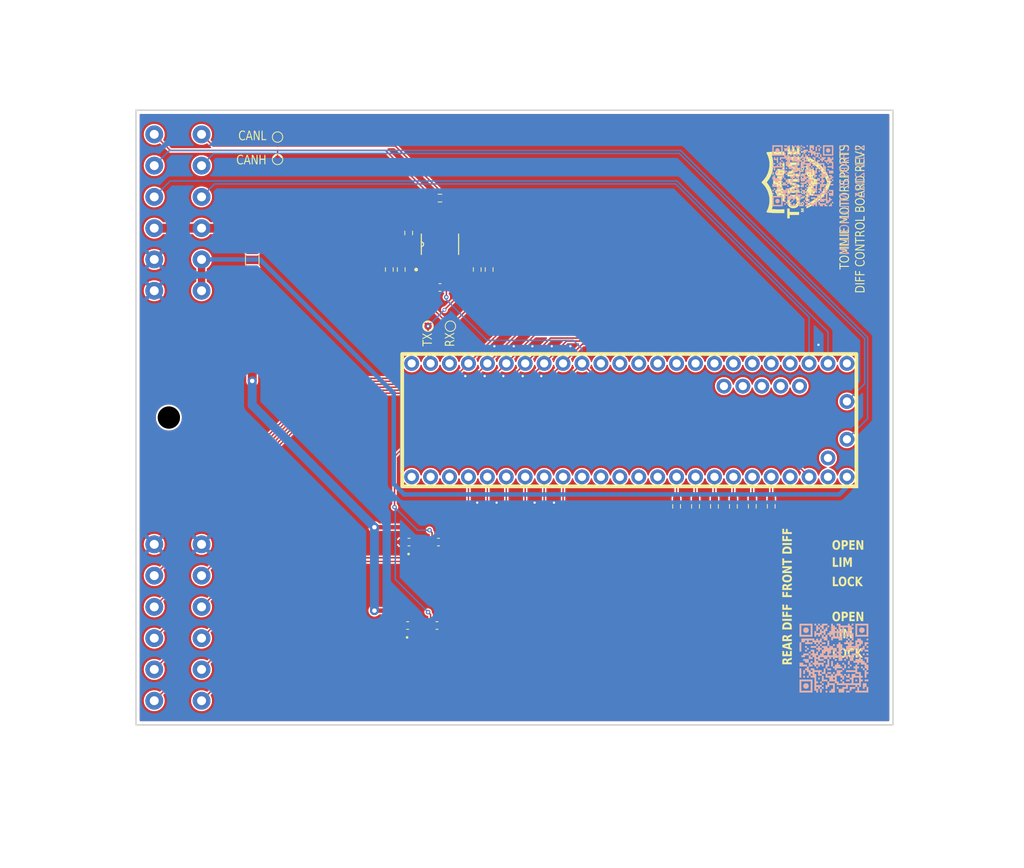
<source format=kicad_pcb>
(kicad_pcb (version 20240108) (generator "pcbnew") (generator_version "8.0")
  (title_block (title "DIFF CONTROL BOARD REV2") (date "2025-02-11") (rev "0") (company "Tommie Motorsports"))
  (layers (0 "F.Cu" signal) (31 "B.Cu" mixed) (34 "B.Paste" user) (35 "F.Paste" user) (36 "B.SilkS" user "B.Silkscreen") (37 "F.SilkS" user "F.Silkscreen") (38 "B.Mask" user) (39 "F.Mask" user) (44 "Edge.Cuts" user))
  (net 0 "")
  (net 1 "Motor_Power+")
  (net 2 "+3V3")
  (net 3 "+5V")
  (net 4 "/Analog/Servo_Pin1_1")
  (net 5 "/Analog/Servo_Pin2_1")
  (net 6 "/Analog/Servo_Pin6_1")
  (net 7 "/Enclosure Connectors/P+")
  (net 8 "/Analog/Servo_Pin1_2")
  (net 9 "/Analog/Servo_Pin2_2")
  (net 10 "/Analog/Servo_Pin6_2")
  (net 11 "Net-(D110-A)")
  (net 12 "Net-(D111-A)")
  (net 13 "Net-(D112-A)")
  (net 14 "Net-(D113-A)")
  (net 15 "Net-(D114-A)")
  (net 16 "Net-(D115-A)")
  (net 17 "/CAN/CANH")
  (net 18 "/CAN/CANL")
  (net 19 "/Differential_Control/Motor_Out2_1")
  (net 20 "/Differential_Control/Motor_Out1_2")
  (net 21 "/Differential_Control/Motor_Out2_2")
  (net 22 "/Differential_Control/Motor_Out1_1")
  (net 23 "/CAN/CAN_RXu")
  (net 24 "/Differential_Control/Motor_Driver_IN2_1")
  (net 25 "/CAN/CAN_TXu")
  (net 26 "/Differential_Control/Motor_Driver_Sleep1")
  (net 27 "/Differential_Control/Motor_Driver_IN1_2")
  (net 28 "unconnected-(Q100-Pad6)")
  (net 30 "F_DIFF_OPEN")
  (net 34 "R_DIFF_OPEN")
  (net 35 "R_DIFF_LIM")
  (net 38 "F_DIFF_LOCK")
  (net 39 "R_DIFF_LOCK")
  (net 42 "F_DIFF_LIM")
  (net 44 "/Differential_Control/Motor_Driver_IN1_1")
  (net 45 "Net-(U103-D)")
  (net 46 "Net-(U103-R)")
  (net 47 "Net-(U103-RS)")
  (net 48 "/Differential_Control/Motor_Driver_IN2_2")
  (net 50 "GND")
  (net 51 "/Differential_Control/Motor_Driver_Sleep2")
  (net 59 "unconnected-(Q100-Pad5)")
  (net 61 "/Enclosure Connectors/USB_D-")
  (net 62 "/Enclosure Connectors/USB_D+")
  (net 66 "/Enclosure Connectors/I{slash}O_2")
  (net 67 "/Enclosure Connectors/I{slash}O_1")
  (net 75 "Net-(D103-A)")
  (footprint "Fuse:Fuse_1206_3216Metric" (layer "F.Cu") (at 115.6 70.1 -90)
    (property "Reference" "F100" (hide yes))
    (property "Value" "Fuse")
  )
  (footprint "Resistor_SMD:R_0603_1608Metric_Pad0.98x0.95mm_HandSolder" (layer "F.Cu") (at 136.6 66.4875 -90)
    (property "Reference" "R111" (hide yes))
    (property "Value" "0")
  )
  (footprint "LED_SMD:LED_0603_1608Metric_Pad1.05x0.95mm_HandSolder" (layer "F.Cu") (at 190.925 122.9)
    (property "Reference" "D115" (hide yes))
    (property "Value" "LED")
  )
  (footprint "Resistor_SMD:R_0603_1608Metric_Pad0.98x0.95mm_HandSolder" (layer "F.Cu") (at 145.8 71.3875 -90)
    (property "Reference" "R110" (hide yes))
    (property "Value" "0")
  )
  (footprint "Diode_SMD:D_SMA" (layer "F.Cu") (at 134.6 61.8 180)
    (property "Reference" "D108" (hide yes))
    (property "Value" "SMAJ5.0A")
  )
  (footprint "Diode_SMD:D_SMA" (layer "F.Cu") (at 160.4 76 90)
    (property "Reference" "D106" (hide yes))
    (property "Value" "SMAJ5.0A")
  )
  (footprint "Diode_SMD:D_SMA" (layer "F.Cu") (at 153.2 76 90)
    (property "Reference" "D104" (hide yes))
    (property "Value" "SMAJ5.0A")
  )
  (footprint "Diode_SMD:D_SMA" (layer "F.Cu") (at 156.8 76 90)
    (property "Reference" "D105" (hide yes))
    (property "Value" "SMAJ5.0A")
  )
  (footprint "LED_SMD:LED_0603_1608Metric_Pad1.05x0.95mm_HandSolder" (layer "F.Cu") (at 190.925 108.4)
    (property "Reference" "D110" (hide yes))
    (property "Value" "LED")
  )
  (footprint "Diode_SMD:D_SMA" (layer "F.Cu") (at 167.6 76 90)
    (property "Reference" "D101" (hide yes))
    (property "Value" "SMAJ5.0A")
  )
  (footprint "LED_SMD:LED_0603_1608Metric_Pad1.05x0.95mm_HandSolder" (layer "F.Cu") (at 190.925 110.8)
    (property "Reference" "D111" (hide yes))
    (property "Value" "LED")
  )
  (footprint "Capacitor_SMD:C_0603_1608Metric_Pad1.08x0.95mm_HandSolder" (layer "F.Cu") (at 140.6 108 180)
    (property "Reference" "C102" (hide yes))
    (property "Value" "0.1u")
  )
  (footprint "Resistor_SMD:R_0603_1608Metric_Pad0.98x0.95mm_HandSolder" (layer "F.Cu") (at 134 71.3875 -90)
    (property "Reference" "R109" (hide yes))
    (property "Value" "0")
  )
  (footprint "Diode_SMD:D_SMA" (layer "F.Cu") (at 164 76 90)
    (property "Reference" "D100" (hide yes))
    (property "Value" "SMAJ5.0A")
  )
  (footprint "Logos:TMS_Logo_10mmx9.8mm" (layer "F.Cu") (at 188.5 59.6 90)
    (property "Reference" "G***" (hide yes))
    (property "Value" "LOGO" (hide yes))
  )
  (footprint "Resistor_SMD:R_0603_1608Metric_Pad0.98x0.95mm_HandSolder" (layer "F.Cu") (at 135.6 71.3875 -90)
    (property "Reference" "R107" (hide yes))
    (property "Value" "0")
  )
  (footprint "Capacitor_SMD:C_0603_1608Metric_Pad1.08x0.95mm_HandSolder" (layer "F.Cu") (at 136.4625 119.2)
    (property "Reference" "C101" (hide yes))
    (property "Value" "0.1u")
  )
  (footprint "Resistor_SMD:R_0603_1608Metric_Pad0.98x0.95mm_HandSolder" (layer "F.Cu") (at 175.1 103.2 -90)
    (property "Reference" "R104" (hide yes))
    (property "Value" "10")
  )
  (footprint "ATM13-12PA-12PB-BM01:ATM13-12PA-12PB-BM01" (layer "F.Cu") (at 100 49.995)
    (property "Reference" "J100" (hide yes))
    (property "Value" "~")
  )
  (footprint "Resistor_SMD:R_0603_1608Metric_Pad0.98x0.95mm_HandSolder" (layer "F.Cu") (at 147.4 71.3875 -90)
    (property "Reference" "R108" (hide yes))
    (property "Value" "0")
  )
  (footprint "Capacitor_SMD:C_0603_1608Metric_Pad1.08x0.95mm_HandSolder" (layer "F.Cu") (at 140.8 73.8 180)
    (property "Reference" "C114" (hide yes))
    (property "Value" "0.1u")
  )
  (footprint "TestPoint:TestPoint_Pad_D1.0mm" (layer "F.Cu") (at 142.2 79)
    (property "Reference" "RX")
    (property "Value" "TestPoint")
  )
  (footprint "Diode_SMD:D_SMA" (layer "F.Cu") (at 171.2 76 90)
    (property "Reference" "D102" (hide yes))
    (property "Value" "SMAJ5.0A")
  )
  (footprint "Resistor_SMD:R_0603_1608Metric_Pad0.98x0.95mm_HandSolder" (layer "F.Cu") (at 140.8 61.8 180)
    (property "Reference" "R112" (hide yes))
    (property "Value" "120")
  )
  (footprint "Resistor_SMD:R_0603_1608Metric_Pad0.98x0.95mm_HandSolder" (layer "F.Cu") (at 182.72 103.1875 -90)
    (property "Reference" "R113" (hide yes))
    (property "Value" "10")
  )
  (footprint "Resistor_SMD:R_0603_1608Metric_Pad0.98x0.95mm_HandSolder" (layer "F.Cu") (at 177.64 103.2 -90)
    (property "Reference" "R105" (hide yes))
    (property "Value" "10")
  )
  (footprint "Resistor_SMD:R_0603_1608Metric_Pad0.98x0.95mm_HandSolder" (layer "F.Cu") (at 180.18 103.2 -90)
    (property "Reference" "R106" (hide yes))
    (property "Value" "10")
  )
  (footprint "SN65HVD230DR:D8" (layer "F.Cu") (at 140.8 68 90)
    (property "Reference" "U103" (hide yes))
    (property "Value" "SN65HVD230DR")
  )
  (footprint "TestPoint:TestPoint_Pad_D1.0mm" (layer "F.Cu") (at 119 53.6)
    (property "Reference" "CANL")
    (property "Value" "TestPoint")
  )
  (footprint "LED_SMD:LED_0603_1608Metric_Pad1.05x0.95mm_HandSolder" (layer "F.Cu") (at 190.925 113.3)
    (property "Reference" "D112" (hide yes))
    (property "Value" "LED")
  )
  (footprint "TestPoint:TestPoint_Pad_D1.0mm" (layer "F.Cu") (at 119 56.6)
    (property "Reference" "CANH")
    (property "Value" "TestPoint")
  )
  (footprint "Resistor_SMD:R_0603_1608Metric_Pad0.98x0.95mm_HandSolder" (layer "F.Cu") (at 172.56 103.2 -90)
    (property "Reference" "R103" (hide yes))
    (property "Value" "10")
  )
  (footprint "DRV8212PDSGR:WSON8_DSG_TEX" (layer "F.Cu") (at 138.4967 110.350001)
    (property "Reference" "U100" (hide yes))
    (property "Value" "DRV8212PDSGR")
  )
  (footprint "Capacitor_SMD:C_0603_1608Metric_Pad1.08x0.95mm_HandSolder" (layer "F.Cu") (at 136.6375 108)
    (property "Reference" "C100" (hide yes))
    (property "Value" "0.1u")
  )
  (footprint "LED_SMD:LED_0603_1608Metric_Pad1.05x0.95mm_HandSolder" (layer "F.Cu") (at 190.925 118)
    (property "Reference" "D113" (hide yes))
    (property "Value" "LED")
  )
  (footprint "Diode_SMD:D_SMC" (layer "F.Cu") (at 115.6 80.15 90)
    (property "Reference" "D103" (hide yes))
    (property "Value" "B340")
  )
  (footprint "LED_SMD:LED_0603_1608Metric_Pad1.05x0.95mm_HandSolder" (layer "F.Cu") (at 190.925 120.4)
    (property "Reference" "D114" (hide yes))
    (property "Value" "LED")
  )
  (footprint "Diode_SMD:D_SMA" (layer "F.Cu") (at 147 61.8)
    (property "Reference" "D107" (hide yes))
    (property "Value" "SMAJ5.0A")
  )
  (footprint "DRV8212PDSGR:WSON8_DSG_TEX" (layer "F.Cu") (at 138.2967 121.550001)
    (property "Reference" "U101" (hide yes))
    (property "Value" "DRV8212PDSGR")
  )
  (footprint "Teensy4_1:Teensy4_1" (layer "F.Cu") (at 196.69 100.51 180)
    (property "Reference" "Q100" (hide yes))
    (property "Value" "~")
  )
  (footprint "Resistor_SMD:R_0603_1608Metric_Pad0.98x0.95mm_HandSolder" (layer "F.Cu") (at 185.26 103.1875 -90)
    (property "Reference" "R114" (hide yes))
    (property "Value" "10")
  )
  (footprint "TestPoint:TestPoint_Pad_D1.0mm" (layer "F.Cu") (at 139.2 79)
    (property "Reference" "TX")
    (property "Value" "TestPoint")
  )
  (footprint "Capacitor_SMD:C_0603_1608Metric_Pad1.08x0.95mm_HandSolder" (layer "F.Cu") (at 140.4 119.2 180)
    (property "Reference" "C103" (hide yes))
    (property "Value" "0.1u")
  )
  (footprint "qr:texas" (layer "B.Cu") (at 193.7 123.6 -90)
    (property "Reference" "G***" (hide yes))
    (property "Value" "LOGO" (hide yes))
  )
  (footprint "qr:diff_control_board_rev2_QR" (layer "B.Cu") (at 189.5 58.8 -90)
    (property "Reference" "G***" (hide yes))
    (property "Value" "LOGO" (hide yes))
  )
  (gr_circle (center 137.6 71.4) (end 137.8 71.4) (stroke (width 0.1)) (fill solid) (layer "F.SilkS"))
  (gr_rect (start 100 50) (end 201.6 132.55) (stroke (width 0.2)) (fill none) (layer "Edge.Cuts"))
  (gr_text "CHARLIE MILLHOLLIN\n2-11-2025" (at 198 54.6 90) (layer "B.SilkS") (effects (font (size 1.25 1) (thickness 0.2)) (justify left bottom mirror)))
  (gr_text "TOMMIE MOTORSPORTS\nDIFF CONTROL BOARD REV2" (at 198 54.6 90) (layer "F.SilkS") (effects (font (size 1.25 1) (thickness 0.2)) (justify right bottom)))
  (gr_text "LIM" (at 193.4 110.8 0) (layer "F.SilkS") (effects (font (size 1.25 1) (thickness 0.2) (bold yes)) (justify left)))
  (gr_text "REAR DIFF" (at 187.5 120.4 90) (layer "F.SilkS") (effects (font (size 1.25 1) (thickness 0.2) (bold yes))))
  (gr_text "LIM" (at 193.4 120.4 0) (layer "F.SilkS") (effects (font (size 1.25 1) (thickness 0.2) (bold yes)) (justify left)))
  (gr_text "OPEN" (at 193.4 108.5 0) (layer "F.SilkS") (effects (font (size 1.25 1) (thickness 0.2) (bold yes)) (justify left)))
  (gr_text "OPEN" (at 193.4 118.1 0) (layer "F.SilkS") (effects (font (size 1.25 1) (thickness 0.2) (bold yes)) (justify left)))
  (gr_text "LOCK" (at 193.4 123 0) (layer "F.SilkS") (effects (font (size 1.25 1) (thickness 0.2) (bold yes)) (justify left)))
  (gr_text "FRONT DIFF" (at 187.5 110.8 90) (layer "F.SilkS") (effects (font (size 1.25 1) (thickness 0.2) (bold yes))))
  (gr_text "LOCK" (at 193.4 113.4 0) (layer "F.SilkS") (effects (font (size 1.25 1) (thickness 0.2) (bold yes)) (justify left)))
  (segment (start 135.399998 117.2) (end 137.4 119.200002) (width 0.6) (layer "F.Cu") (net 1))
  (segment (start 137.4934 109.6) (end 137.4934 108.106602) (width 0.2) (layer "F.Cu") (net 1))
  (segment (start 132 106) (end 135.599998 106) (width 0.6) (layer "F.Cu") (net 1))
  (segment (start 115.6 83.55) (end 115.6 86.35) (width 1.2) (layer "F.Cu") (net 1))
  (segment (start 137.2934 119.306602) (end 137.4 119.200002) (width 0.2) (layer "F.Cu") (net 1))
  (segment (start 137.4934 108.106602) (end 137.6 108.000002) (width 0.2) (layer "F.Cu") (net 1))
  (segment (start 137.2934 120.8) (end 137.2934 119.306602) (width 0.2) (layer "F.Cu") (net 1))
  (segment (start 135.599998 106) (end 137.6 108.000002) (width 0.6) (layer "F.Cu") (net 1))
  (segment (start 132 117.2) (end 135.399998 117.2) (width 0.6) (layer "F.Cu") (net 1))
  (via (at 115.6 86.35) (size 1.2) (drill 0.6) (layers "F.Cu" "B.Cu") (net 1))
  (via (at 132 106) (size 1.2) (drill 0.6) (layers "F.Cu" "B.Cu") (net 1))
  (via (at 132 117.2) (size 1.2) (drill 0.6) (layers "F.Cu" "B.Cu") (net 1))
  (segment (start 115.6 89.6) (end 115.6 86.35) (width 1.2) (layer "B.Cu") (net 1))
  (segment (start 132 117.2) (end 132 106) (width 1.2) (layer "B.Cu") (net 1))
  (segment (start 132 106) (end 115.6 89.6) (width 1.2) (layer "B.Cu") (net 1))
  (segment (start 139.2 117.4) (end 139.5375 117.7375) (width 0.2) (layer "F.Cu") (net 2))
  (segment (start 139.5 108.100002) (end 139.5 109.6) (width 0.2) (layer "F.Cu") (net 2))
  (segment (start 139.7375 107.862502) (end 139.5 108.100002) (width 0.2) (layer "F.Cu") (net 2))
  (segment (start 167.86 92) (end 183.1 92) (width 0.2) (layer "F.Cu") (net 2))
  (segment (start 134.7 103.3) (end 134.7 96.5) (width 0.2) (layer "F.Cu") (net 2))
  (segment (start 152.76 91.1) (end 159.86 84) (width 0.2) (layer "F.Cu") (net 2))
  (segment (start 141.6625 73.8) (end 141.6625 72.4275) (width 0.2) (layer "F.Cu") (net 2))
  (segment (start 139.4 106.4) (end 139.7375 106.7375) (width 0.2) (layer "F.Cu") (net 2))
  (segment (start 141.435 72.2) (end 141.435 70.4638) (width 0.2) (layer "F.Cu") (net 2))
  (segment (start 139.5375 117.7375) (end 139.5375 118.825) (width 0.2) (layer "F.Cu") (net 2))
  (segment (start 141.6625 73.8) (end 141.6625 75.0875) (width 0.2) (layer "F.Cu") (net 2))
  (segment (start 141.6625 75.0875) (end 141.65 75.1) (width 0.2) (layer "F.Cu") (net 2))
  (segment (start 134.7 96.5) (end 140.1 91.1) (width 0.2) (layer "F.Cu") (net 2))
  (segment (start 139.7375 106.7375) (end 139.7375 107.862502) (width 0.2) (layer "F.Cu") (net 2))
  (segment (start 183.1 92) (end 190.34 99.24) (width 0.2) (layer "F.Cu") (net 2))
  (segment (start 141.6625 72.4275) (end 141.435 72.2) (width 0.2) (layer "F.Cu") (net 2))
  (segment (start 140.1 91.1) (end 152.76 91.1) (width 0.2) (layer "F.Cu") (net 2))
  (segment (start 139.5375 118.825) (end 139.3 119.0625) (width 0.2) (layer "F.Cu") (net 2))
  (segment (start 159.86 84) (end 167.86 92) (width 0.2) (layer "F.Cu") (net 2))
  (segment (start 139.3 119.0625) (end 139.3 120.8) (width 0.2) (layer "F.Cu") (net 2))
  (via (at 134.7 103.3) (size 0.6) (drill 0.3) (layers "F.Cu" "B.Cu") (net 2))
  (via (at 139.2 117.4) (size 0.6) (drill 0.3) (layers "F.Cu" "B.Cu") (net 2))
  (via (at 141.65 75.1) (size 0.6) (drill 0.3) (layers "F.Cu" "B.Cu") (net 2))
  (via (at 139.4 106.4) (size 0.6) (drill 0.3) (layers "F.Cu" "B.Cu") (net 2))
  (segment (start 134.7 103.3) (end 134.8 103.4) (width 0.2) (layer "B.Cu") (net 2))
  (segment (start 134.8 113) (end 139.2 117.4) (width 0.2) (layer "B.Cu") (net 2))
  (segment (start 134.7 103.3) (end 137.8 106.4) (width 0.2) (layer "B.Cu") (net 2))
  (segment (start 134.8 104.6) (end 134.8 113) (width 0.2) (layer "B.Cu") (net 2))
  (segment (start 141.65 75.1) (end 141.65 75.45) (width 0.2) (layer "B.Cu") (net 2))
  (segment (start 137.8 106.4) (end 139.4 106.4) (width 0.2) (layer "B.Cu") (net 2))
  (segment (start 141.65 75.45) (end 147.1 80.9) (width 0.2) (layer "B.Cu") (net 2))
  (segment (start 134.8 103.4) (end 134.8 104.6) (width 0.2) (layer "B.Cu") (net 2))
  (segment (start 158.7 80.9) (end 159.86 82.06) (width 0.2) (layer "B.Cu") (net 2))
  (segment (start 147.1 80.9) (end 158.7 80.9) (width 0.2) (layer "B.Cu") (net 2))
  (segment (start 159.86 82.06) (end 159.86 84) (width 0.2) (layer "B.Cu") (net 2))
  (segment (start 108.8 70.04) (end 108.8 74.24) (width 1) (layer "F.Cu") (net 3))
  (segment (start 195.42 100.58) (end 194.4 101.6) (width 0.6) (layer "B.Cu") (net 3))
  (segment (start 136 101.6) (end 134.6 100.2) (width 0.6) (layer "B.Cu") (net 3))
  (segment (start 195.42 99.24) (end 195.42 100.58) (width 0.6) (layer "B.Cu") (net 3))
  (segment (start 108.805 70.05) (end 108.8 70.045) (width 0.2) (layer "B.Cu") (net 3))
  (segment (start 134.6 100.2) (end 134.6 88) (width 0.6) (layer "B.Cu") (net 3))
  (segment (start 108.805 74.25) (end 108.8 74.245) (width 0.2) (layer "B.Cu") (net 3))
  (segment (start 194.4 101.6) (end 136 101.6) (width 0.6) (layer "B.Cu") (net 3))
  (segment (start 134.6 88) (end 116.64 70.04) (width 0.6) (layer "B.Cu") (net 3))
  (segment (start 116.64 70.04) (end 108.8 70.04) (width 0.6) (layer "B.Cu") (net 3))
  (segment (start 108.8 112.5) (end 111.2 110.1) (width 0.2) (layer "F.Cu") (net 4))
  (segment (start 108.9 112.5) (end 108.8 112.5) (width 0.2) (layer "F.Cu") (net 4))
  (segment (start 111.2 101.897058) (end 125.897058 87.2) (width 0.2) (layer "F.Cu") (net 4))
  (segment (start 149.04 87.2) (end 152.24 84) (width 0.2) (layer "F.Cu") (net 4))
  (segment (start 161.4 80.6) (end 155.64 80.6) (width 0.2) (layer "F.Cu") (net 4))
  (segment (start 125.897058 87.2) (end 149.04 87.2) (width 0.2) (layer "F.Cu") (net 4))
  (segment (start 155.64 80.6) (end 152.24 84) (width 0.2) (layer "F.Cu") (net 4))
  (segment (start 164 78) (end 161.4 80.6) (width 0.2) (layer "F.Cu") (net 4))
  (segment (start 111.2 110.1) (end 111.2 101.897058) (width 0.2) (layer "F.Cu") (net 4))
  (segment (start 108.805 112.5) (end 108.8 112.505) (width 0.2) (layer "B.Cu") (net 4))
  (segment (start 164.6 81) (end 157.78 81) (width 0.2) (layer "F.Cu") (net 5))
  (segment (start 126.062744 87.6) (end 111.6 102.062744) (width 0.2) (layer "F.Cu") (net 5))
  (segment (start 111.6 102.062744) (end 111.6 113.9) (width 0.2) (layer "F.Cu") (net 5))
  (segment (start 151.18 87.6) (end 126.062744 87.6) (width 0.2) (layer "F.Cu") (net 5))
  (segment (start 167.6 78) (end 164.6 81) (width 0.2) (layer "F.Cu") (net 5))
  (segment (start 111.6 113.9) (end 108.8 116.7) (width 0.2) (layer "F.Cu") (net 5))
  (segment (start 154.78 84) (end 151.18 87.6) (width 0.2) (layer "F.Cu") (net 5))
  (segment (start 157.78 81) (end 154.78 84) (width 0.2) (layer "F.Cu") (net 5))
  (segment (start 167.8 81.4) (end 159.92 81.4) (width 0.2) (layer "F.Cu") (net 6))
  (segment (start 112 117.7) (end 112 102.22843) (width 0.2) (layer "F.Cu") (net 6))
  (segment (start 171.2 78) (end 167.8 81.4) (width 0.2) (layer "F.Cu") (net 6))
  (segment (start 153.32 88) (end 157.32 84) (width 0.2) (layer "F.Cu") (net 6))
  (segment (start 112 102.22843) (end 126.22843 88) (width 0.2) (layer "F.Cu") (net 6))
  (segment (start 108.8 120.9) (end 112 117.7) (width 0.2) (layer "F.Cu") (net 6))
  (segment (start 126.22843 88) (end 153.32 88) (width 0.2) (layer "F.Cu") (net 6))
  (segment (start 159.92 81.4) (end 157.32 84) (width 0.2) (layer "F.Cu") (net 6))
  (segment (start 108.805 120.9) (end 108.8 120.905) (width 0.2) (layer "B.Cu") (net 6))
  (segment (start 102.45 65.84) (end 108.8 65.84) (width 1.2) (layer "F.Cu") (net 7))
  (segment (start 115.6 66.9) (end 114.54 65.84) (width 1.2) (layer "F.Cu") (net 7))
  (segment (start 115.6 68.7) (end 115.6 66.9) (width 1.2) (layer "F.Cu") (net 7))
  (segment (start 114.54 65.84) (end 108.8 65.84) (width 1.2) (layer "F.Cu") (net 7))
  (segment (start 108.845 65.8) (end 108.8 65.845) (width 0.2) (layer "B.Cu") (net 7))
  (segment (start 104.8 106.6) (end 104.8 110.15) (width 0.2) (layer "F.Cu") (net 8))
  (segment (start 144.62 84) (end 142.62 86) (width 0.2) (layer "F.Cu") (net 8))
  (segment (start 104.8 110.15) (end 102.45 112.5) (width 0.2) (layer "F.Cu") (net 8))
  (segment (start 142.62 86) (end 125.4 86) (width 0.2) (layer "F.Cu") (net 8))
  (segment (start 151.8 79.4) (end 149.22 79.4) (width 0.2) (layer "F.Cu") (net 8))
  (segment (start 149.22 79.4) (end 144.62 84) (width 0.2) (layer "F.Cu") (net 8))
  (segment (start 153.2 78) (end 151.8 79.4) (width 0.2) (layer "F.Cu") (net 8))
  (segment (start 125.4 86) (end 104.8 106.6) (width 0.2) (layer "F.Cu") (net 8))
  (segment (start 102.45 116.7) (end 105.2 113.95) (width 0.2) (layer "F.Cu") (net 9))
  (segment (start 147.16 83.84) (end 147.16 84) (width 0.2) (layer "F.Cu") (net 9))
  (segment (start 147.2 84) (end 147.16 84) (width 0.2) (layer "F.Cu") (net 9))
  (segment (start 151.4 79.8) (end 147.2 84) (width 0.2) (layer "F.Cu") (net 9))
  (segment (start 125.565686 86.4) (end 144.76 86.4) (width 0.2) (layer "F.Cu") (net 9))
  (segment (start 105.2 113.95) (end 105.2 106.765686) (width 0.2) (layer "F.Cu") (net 9))
  (segment (start 155 79.8) (end 151.4 79.8) (width 0.2) (layer "F.Cu") (net 9))
  (segment (start 156.8 78) (end 155 79.8) (width 0.2) (layer "F.Cu") (net 9))
  (segment (start 144.76 86.4) (end 147.16 84) (width 0.2) (layer "F.Cu") (net 9))
  (segment (start 105.2 106.765686) (end 125.565686 86.4) (width 0.2) (layer "F.Cu") (net 9))
  (segment (start 160.4 78) (end 158.2 80.2) (width 0.2) (layer "F.Cu") (net 10))
  (segment (start 125.731372 86.8) (end 105.665686 106.865686) (width 0.2) (layer "F.Cu") (net 10))
  (segment (start 149.7 84) (end 146.9 86.8) (width 0.2) (layer "F.Cu") (net 10))
  (segment (start 105.665686 106.865686) (end 105.665686 117.684314) (width 0.2) (layer "F.Cu") (net 10))
  (segment (start 105.665686 117.684314) (end 102.45 120.9) (width 0.2) (layer "F.Cu") (net 10))
  (segment (start 158.2 80.2) (end 153.5 80.2) (width 0.2) (layer "F.Cu") (net 10))
  (segment (start 146.9 86.8) (end 125.731372 86.8) (width 0.2) (layer "F.Cu") (net 10))
  (segment (start 153.5 80.2) (end 149.7 84) (width 0.2) (layer "F.Cu") (net 10))
  (segment (start 189.975 108.4) (end 188.2 108.4) (width 0.2) (layer "F.Cu") (net 11))
  (segment (start 185.26 105.46) (end 185.26 104.1) (width 0.2) (layer "F.Cu") (net 11))
  (segment (start 188.2 108.4) (end 185.26 105.46) (width 0.2) (layer "F.Cu") (net 11))
  (segment (start 188.2 110.8) (end 182.72 105.32) (width 0.2) (layer "F.Cu") (net 12))
  (segment (start 182.72 105.32) (end 182.72 104.1) (width 0.2) (layer "F.Cu") (net 12))
  (segment (start 189.975 110.8) (end 188.2 110.8) (width 0.2) (layer "F.Cu") (net 12))
  (segment (start 180.18 105.18) (end 180.18 104.1125) (width 0.2) (layer "F.Cu") (net 13))
  (segment (start 189.975 113.3) (end 188.3 113.3) (width 0.2) (layer "F.Cu") (net 13))
  (segment (start 188.3 113.3) (end 180.18 105.18) (width 0.2) (layer "F.Cu") (net 13))
  (segment (start 188.4 118) (end 177.64 107.24) (width 0.2) (layer "F.Cu") (net 14))
  (segment (start 189.975 118) (end 188.4 118) (width 0.2) (layer "F.Cu") (net 14))
  (segment (start 177.64 107.24) (end 177.64 104.1125) (width 0.2) (layer "F.Cu") (net 14))
  (segment (start 175.1 107.1) (end 175.1 104.1125) (width 0.2) (layer "F.Cu") (net 15))
  (segment (start 189.975 120.4) (end 188.4 120.4) (width 0.2) (layer "F.Cu") (net 15))
  (segment (start 188.4 120.4) (end 175.1 107.1) (width 0.2) (layer "F.Cu") (net 15))
  (segment (start 172.56 107.16) (end 172.56 104.1125) (width 0.2) (layer "F.Cu") (net 16))
  (segment (start 188.3 122.9) (end 172.56 107.16) (width 0.2) (layer "F.Cu") (net 16))
  (segment (start 189.975 122.9) (end 188.3 122.9) (width 0.2) (layer "F.Cu") (net 16))
  (segment (start 119 55.4) (end 104.605 55.4) (width 0.2) (layer "F.Cu") (net 17))
  (segment (start 119 56.6) (end 119 55.4) (width 0.2) (layer "F.Cu") (net 17))
  (segment (start 104.605 55.4) (end 102.45 53.245) (width 0.2) (layer "F.Cu") (net 17))
  (segment (start 139.8875 61.8) (end 139.8875 63.0875) (width 0.2) (layer "F.Cu") (net 17))
  (segment (start 139.8875 61.8) (end 136.6 61.8) (width 0.2) (layer "F.Cu") (net 17))
  (segment (start 140.165 63.365) (end 140.165 65.5362) (width 0.2) (layer "F.Cu") (net 17))
  (segment (start 139.8875 61.8) (end 133.4875 55.4) (width 0.2) (layer "F.Cu") (net 17))
  (segment (start 139.8875 63.0875) (end 140.165 63.365) (width 0.2) (layer "F.Cu") (net 17))
  (segment (start 133.4875 55.4) (end 119 55.4) (width 0.2) (layer "F.Cu") (net 17))
  (segment (start 119 53.6) (end 119 54.8) (width 0.2) (layer "F.Cu") (net 18))
  (segment (start 141.7125 61.8) (end 141.7125 63.0875) (width 0.2) (layer "F.Cu") (net 18))
  (segment (start 141.7125 61.7125) (end 134.8 54.8) (width 0.2) (layer "F.Cu") (net 18))
  (segment (start 119 54.8) (end 110.355 54.8) (width 0.2) (layer "F.Cu") (net 18))
  (segment (start 141.7125 61.8) (end 141.7125 61.7125) (width 0.2) (layer "F.Cu") (net 18))
  (segment (start 110.355 54.8) (end 108.8 53.245) (width 0.2) (layer "F.Cu") (net 18))
  (segment (start 141.435 63.365) (end 141.435 65.5362) (width 0.2) (layer "F.Cu") (net 18))
  (segment (start 141.7125 61.8) (end 145 61.8) (width 0.2) (layer "F.Cu") (net 18))
  (segment (start 141.7125 63.0875) (end 141.435 63.365) (width 0.2) (layer "F.Cu") (net 18))
  (segment (start 134.8 54.8) (end 119 54.8) (width 0.2) (layer "F.Cu") (net 18))
  (segment (start 108.805 53.25) (end 108.8 53.245) (width 0.2) (layer "B.Cu") (net 18))
  (segment (start 108.8 125.1) (end 123.299999 110.600001) (width 0.2) (layer "F.Cu") (net 19))
  (segment (start 123.299999 110.600001) (end 137.4934 110.600001) (width 0.2) (layer "F.Cu") (net 19))
  (segment (start 108.805 125.1) (end 108.8 125.105) (width 0.2) (layer "B.Cu") (net 19))
  (segment (start 137.2934 121.300001) (end 116.099999 121.300001) (width 0.2) (layer "F.Cu") (net 20))
  (segment (start 104.55 127.2) (end 102.45 129.3) (width 0.2) (layer "F.Cu") (net 20))
  (segment (start 116.099999 121.300001) (end 110.2 127.2) (width 0.2) (layer "F.Cu") (net 20))
  (segment (start 110.2 127.2) (end 104.55 127.2) (width 0.2) (layer "F.Cu") (net 20))
  (segment (start 116.299999 121.800001) (end 137.2934 121.800001) (width 0.2) (layer "F.Cu") (net 21))
  (segment (start 108.8 129.3) (end 116.299999 121.800001) (width 0.2) (layer "F.Cu") (net 21))
  (segment (start 108.805 129.3) (end 108.8 129.305) (width 0.2) (layer "B.Cu") (net 21))
  (segment (start 122.999999 110.100001) (end 110.1 123) (width 0.2) (layer "F.Cu") (net 22))
  (segment (start 110.1 123) (end 104.55 123) (width 0.2) (layer "F.Cu") (net 22))
  (segment (start 137.4934 110.100001) (end 122.999999 110.100001) (width 0.2) (layer "F.Cu") (net 22))
  (segment (start 104.55 123) (end 102.45 125.1) (width 0.2) (layer "F.Cu") (net 22))
  (segment (start 135.6 72.4) (end 135.6 72.3) (width 0.2) (layer "F.Cu") (net 23))
  (segment (start 142.08 79.12) (end 142.2 79) (width 0.2) (layer "F.Cu") (net 23))
  (segment (start 142.2 79) (end 147.4 73.8) (width 0.2) (layer "F.Cu") (net 23))
  (segment (start 142.08 84) (end 142.08 79.12) (width 0.2) (layer "F.Cu") (net 23))
  (segment (start 142.2 79) (end 135.6 72.4) (width 0.2) (layer "F.Cu") (net 23))
  (segment (start 147.4 73.8) (end 147.4 72.3) (width 0.2) (layer "F.Cu") (net 23))
  (segment (start 149.7 102.503618) (end 149.7 99.24) (width 0.2) (layer "F.Cu") (net 24))
  (segment (start 139.5 111.100002) (end 141.103616 111.100002) (width 0.2) (layer "F.Cu") (net 24))
  (segment (start 141.103616 111.100002) (end 149.7 102.503618) (width 0.2) (layer "F.Cu") (net 24))
  (segment (start 134 73.8) (end 139.2 79) (width 0.2) (layer "F.Cu") (net 25))
  (segment (start 141.4 76.8) (end 145.8 72.4) (width 0.2) (layer "F.Cu") (net 25))
  (segment (start 134 72.3) (end 134 73.8) (width 0.2) (layer "F.Cu") (net 25))
  (segment (start 139.2 79) (end 139.2 83.66) (width 0.2) (layer "F.Cu") (net 25))
  (segment (start 139.2 83.66) (end 139.54 84) (width 0.2) (layer "F.Cu") (net 25))
  (segment (start 145.8 72.4) (end 145.8 72.3) (width 0.2) (layer "F.Cu") (net 25))
  (via (at 139.2 79) (size 0.5) (drill 0.3) (layers "F.Cu" "B.Cu") (net 25))
  (via (at 141.4 76.8) (size 0.5) (drill 0.3) (layers "F.Cu" "B.Cu") (net 25))
  (segment (start 141.4 76.8) (end 139.2 79) (width 0.2) (layer "B.Cu") (net 25))
  (segment (start 140.972245 110.100001) (end 144.62 106.452246) (width 0.2) (layer "F.Cu") (net 26))
  (segment (start 144.62 106.452246) (end 144.62 99.24) (width 0.2) (layer "F.Cu") (net 26))
  (segment (start 139.5 110.100001) (end 140.972245 110.100001) (width 0.2) (layer "F.Cu") (net 26))
  (segment (start 154.78 99.24) (end 154.78 98.98) (width 0.2) (layer "F.Cu") (net 27))
  (segment (start 154.78 99.24) (end 154.78 107.82043) (width 0.2) (layer "F.Cu") (net 27))
  (segment (start 154.78 107.82043) (end 140.800429 121.800001) (width 0.2) (layer "F.Cu") (net 27))
  (segment (start 140.800429 121.800001) (end 139.3 121.800001) (width 0.2) (layer "F.Cu") (net 27))
  (segment (start 177.6 83.96) (end 177.64 84) (width 0.2) (layer "F.Cu") (net 28))
  (segment (start 185.26 102.275) (end 185.26 99.24) (width 0.2) (layer "F.Cu") (net 30))
  (segment (start 177.64 102.2875) (end 177.64 99.24) (width 0.2) (layer "F.Cu") (net 34))
  (segment (start 175.1 102.2875) (end 175.1 99.24) (width 0.2) (layer "F.Cu") (net 35))
  (segment (start 180.18 102.2875) (end 180.18 99.24) (width 0.2) (layer "F.Cu") (net 38))
  (segment (start 172.56 102.2875) (end 172.56 99.24) (width 0.2) (layer "F.Cu") (net 39))
  (segment (start 172.6 99.28) (end 172.56 99.24) (width 0.2) (layer "F.Cu") (net 39))
  (segment (start 182.72 102.275) (end 182.72 99.24) (width 0.2) (layer "F.Cu") (net 42))
  (segment (start 141.037931 110.600001) (end 139.5 110.600001) (width 0.2) (layer "F.Cu") (net 44))
  (segment (start 147.16 104.477932) (end 141.037931 110.600001) (width 0.2) (layer "F.Cu") (net 44))
  (segment (start 147.16 99.24) (end 147.16 104.477932) (width 0.2) (layer "F.Cu") (net 44))
  (segment (start 135.6112 70.4638) (end 135.6 70.475) (width 0.2) (layer "F.Cu") (net 45))
  (segment (start 138.895 70.4638) (end 135.6112 70.4638) (width 0.2) (layer "F.Cu") (net 45))
  (segment (start 134 70.475) (end 135.6 70.475) (width 0.2) (layer "F.Cu") (net 45))
  (segment (start 145.8 70.475) (end 142.7162 70.475) (width 0.2) (layer "F.Cu") (net 46))
  (segment (start 142.7162 70.475) (end 142.705 70.4638) (width 0.2) (layer "F.Cu") (net 46))
  (segment (start 147.4 70.475) (end 145.8 70.475) (width 0.2) (layer "F.Cu") (net 46))
  (segment (start 138.895 65.5362) (end 136.6388 65.5362) (width 0.2) (layer "F.Cu") (net 47))
  (segment (start 136.6388 65.5362) (end 136.6 65.575) (width 0.2) (layer "F.Cu") (net 47))
  (segment (start 157.3 99.26) (end 157.32 99.24) (width 0.2) (layer "F.Cu") (net 48))
  (segment (start 140.866114 122.300002) (end 157.32 105.846116) (width 0.2) (layer "F.Cu") (net 48))
  (segment (start 139.3 122.300002) (end 140.866114 122.300002) (width 0.2) (layer "F.Cu") (net 48))
  (segment (start 157.32 105.846116) (end 157.32 99.24) (width 0.2) (layer "F.Cu") (net 48))
  (via (at 145.8 102.7) (size 0.6) (drill 0.3) (layers "F.Cu" "B.Cu") (net 50))
  (via (at 153.2 81.7) (size 0.6) (drill 0.3) (layers "F.Cu" "B.Cu") (net 50))
  (via (at 148.4 102.7) (size 0.6) (drill 0.3) (layers "F.Cu" "B.Cu") (net 50))
  (via (at 154.4 85.7) (size 0.6) (drill 0.3) (layers "F.Cu" "B.Cu") (net 50))
  (via (at 156.1 102.7) (size 0.6) (drill 0.3) (layers "F.Cu" "B.Cu") (net 50))
  (via (at 149.3 85.7) (size 0.6) (drill 0.3) (layers "F.Cu" "B.Cu") (net 50))
  (via (at 148.1 81.7) (size 0.6) (drill 0.3) (layers "F.Cu" "B.Cu") (net 50))
  (via (at 158.3 81.7) (size 0.6) (drill 0.3) (layers "F.Cu" "B.Cu") (net 50))
  (via (at 144.2 85.7) (size 0.6) (drill 0.3) (layers "F.Cu" "B.Cu") (net 50))
  (via (at 146.8 85.7) (size 0.6) (drill 0.3) (layers "F.Cu" "B.Cu") (net 50))
  (via (at 153.5 102.7) (size 0.6) (drill 0.3) (layers "F.Cu" "B.Cu") (net 50))
  (via (at 151.9 85.7) (size 0.6) (drill 0.3) (layers "F.Cu" "B.Cu") (net 50))
  (via (at 155.8 81.7) (size 0.6) (drill 0.3) (layers "F.Cu" "B.Cu") (net 50))
  (via (at 150.7 81.7) (size 0.6) (drill 0.3) (layers "F.Cu" "B.Cu") (net 50))
  (via (at 191.6 81.5) (size 0.6) (drill 0.3) (layers "F.Cu" "B.Cu") (net 50))
  (segment (start 108.805 108.3) (end 108.8 108.305) (width 0.2) (layer "B.Cu") (net 50))
  (segment (start 108.805 108.305) (end 108.8 108.305) (width 0.2) (layer "B.Cu") (net 50))
  (segment (start 140.734743 121.300001) (end 152.24 109.794744) (width 0.2) (layer "F.Cu") (net 51))
  (segment (start 152.24 109.794744) (end 152.24 99.24) (width 0.2) (layer "F.Cu") (net 51))
  (segment (start 139.3 121.300001) (end 140.734743 121.300001) (width 0.2) (layer "F.Cu") (net 51))
  (segment (start 180.2 83.98) (end 180.18 84) (width 0.2) (layer "F.Cu") (net 59))
  (segment (start 173.2 55.5) (end 173.1 55.4) (width 0.2) (layer "B.Cu") (net 61))
  (segment (start 173.1 55.4) (end 104.49 55.4) (width 0.2) (layer "B.Cu") (net 61))
  (segment (start 198.2 91.41) (end 198.2 80.502943) (width 0.2) (layer "B.Cu") (net 61))
  (segment (start 195.42 94.19) (end 198.2 91.41) (width 0.2) (layer "B.Cu") (net 61))
  (segment (start 104.49 55.4) (end 102.45 57.44) (width 0.2) (layer "B.Cu") (net 61))
  (segment (start 198.2 80.502943) (end 173.2 55.502943) (width 0.2) (layer "B.Cu") (net 61))
  (segment (start 173.2 55.502943) (end 173.2 55.5) (width 0.2) (layer "B.Cu") (net 61))
  (segment (start 108.8 57.44) (end 110.44 55.8) (width 0.2) (layer "B.Cu") (net 62))
  (segment (start 110.44 55.8) (end 172.931371 55.8) (width 0.2) (layer "B.Cu") (net 62))
  (segment (start 197.8 86.73) (end 195.42 89.11) (width 0.2) (layer "B.Cu") (net 62))
  (segment (start 108.805 57.45) (end 108.8 57.445) (width 0.2) (layer "B.Cu") (net 62))
  (segment (start 172.931371 55.8) (end 197.8 80.668629) (width 0.2) (layer "B.Cu") (net 62))
  (segment (start 197.8 80.668629) (end 197.8 86.73) (width 0.2) (layer "B.Cu") (net 62))
  (segment (start 104.59 59.5) (end 172.6 59.5) (width 0.2) (layer "B.Cu") (net 66))
  (segment (start 192.88 79.78) (end 192.88 84) (width 0.2) (layer "B.Cu") (net 66))
  (segment (start 102.45 61.64) (end 104.59 59.5) (width 0.2) (layer "B.Cu") (net 66))
  (segment (start 172.6 59.5) (end 192.88 79.78) (width 0.2) (layer "B.Cu") (net 66))
  (segment (start 190.34 77.805686) (end 172.434314 59.9) (width 0.2) (layer "B.Cu") (net 67))
  (segment (start 172.434314 59.9) (end 110.54 59.9) (width 0.2) (layer "B.Cu") (net 67))
  (segment (start 190.34 84) (end 190.34 77.805686) (width 0.2) (layer "B.Cu") (net 67))
  (segment (start 108.805 61.65) (end 108.8 61.645) (width 0.2) (layer "B.Cu") (net 67))
  (segment (start 110.54 59.9) (end 108.8 61.64) (width 0.2) (layer "B.Cu") (net 67))
  (segment (start 108.8 61.5225) (end 108.8 61.645) (width 0.2) (layer "B.Cu") (net 67))
  (segment (start 115.6 71.5) (end 115.6 76.75) (width 1.2) (layer "F.Cu") (net 75))
  (zone (net 50) (net_name "GND") (layer "F.Cu") (priority 2) (connect_pads (clearance 0.2)) (min_thickness 0.2) (fill yes (thermal_gap 0.2) (thermal_bridge_width 0.5))
    (polygon (pts (xy 100.2 50.2) (xy 201.4 50.2) (xy 201.4 132.35) (xy 100.2 132.35)))
  )
  (zone (net 50) (net_name "GND") (layer "B.Cu") (priority 3) (connect_pads (clearance 0.5)) (min_thickness 0.25) (fill yes (thermal_gap 0.5) (thermal_bridge_width 0.5))
    (polygon (pts (xy 100.2 50.2) (xy 100.2 132.35) (xy 201.4 132.35) (xy 201.4 50.2)))
  )
)
</source>
